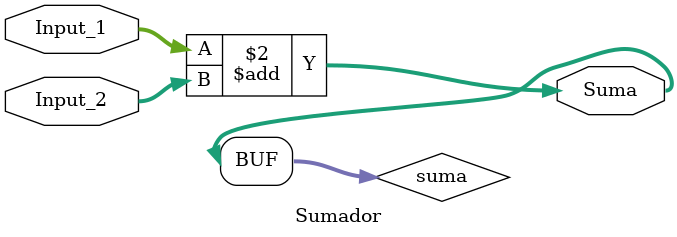
<source format=sv>
module Sumador
(
	input [15:0] Input_1,
	input [15:0] Input_2,
	output [15:0] Suma
);

logic [15:0] suma;
always_comb begin: adder

	suma = Input_1 + Input_2;

end: adder

assign Suma = suma;

endmodule 
</source>
